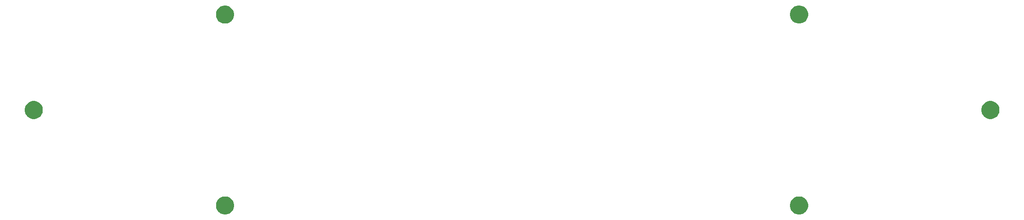
<source format=gbr>
G04 #@! TF.GenerationSoftware,KiCad,Pcbnew,(5.1.2-1)-1*
G04 #@! TF.CreationDate,2020-02-21T07:18:32-06:00*
G04 #@! TF.ProjectId,therick48_bottom_plate,74686572-6963-46b3-9438-5f626f74746f,rev?*
G04 #@! TF.SameCoordinates,Original*
G04 #@! TF.FileFunction,Soldermask,Top*
G04 #@! TF.FilePolarity,Negative*
%FSLAX46Y46*%
G04 Gerber Fmt 4.6, Leading zero omitted, Abs format (unit mm)*
G04 Created by KiCad (PCBNEW (5.1.2-1)-1) date 2020-02-21 07:18:32*
%MOMM*%
%LPD*%
G04 APERTURE LIST*
%ADD10C,0.100000*%
G04 APERTURE END LIST*
D10*
G36*
X217885331Y-90228211D02*
G01*
X218213092Y-90363974D01*
X218508070Y-90561072D01*
X218758928Y-90811930D01*
X218956026Y-91106908D01*
X219091789Y-91434669D01*
X219161000Y-91782616D01*
X219161000Y-92137384D01*
X219091789Y-92485331D01*
X218956026Y-92813092D01*
X218758928Y-93108070D01*
X218508070Y-93358928D01*
X218213092Y-93556026D01*
X217885331Y-93691789D01*
X217537384Y-93761000D01*
X217182616Y-93761000D01*
X216834669Y-93691789D01*
X216506908Y-93556026D01*
X216211930Y-93358928D01*
X215961072Y-93108070D01*
X215763974Y-92813092D01*
X215628211Y-92485331D01*
X215559000Y-92137384D01*
X215559000Y-91782616D01*
X215628211Y-91434669D01*
X215763974Y-91106908D01*
X215961072Y-90811930D01*
X216211930Y-90561072D01*
X216506908Y-90363974D01*
X216834669Y-90228211D01*
X217182616Y-90159000D01*
X217537384Y-90159000D01*
X217885331Y-90228211D01*
X217885331Y-90228211D01*
G37*
G36*
X103885331Y-90228211D02*
G01*
X104213092Y-90363974D01*
X104508070Y-90561072D01*
X104758928Y-90811930D01*
X104956026Y-91106908D01*
X105091789Y-91434669D01*
X105161000Y-91782616D01*
X105161000Y-92137384D01*
X105091789Y-92485331D01*
X104956026Y-92813092D01*
X104758928Y-93108070D01*
X104508070Y-93358928D01*
X104213092Y-93556026D01*
X103885331Y-93691789D01*
X103537384Y-93761000D01*
X103182616Y-93761000D01*
X102834669Y-93691789D01*
X102506908Y-93556026D01*
X102211930Y-93358928D01*
X101961072Y-93108070D01*
X101763974Y-92813092D01*
X101628211Y-92485331D01*
X101559000Y-92137384D01*
X101559000Y-91782616D01*
X101628211Y-91434669D01*
X101763974Y-91106908D01*
X101961072Y-90811930D01*
X102211930Y-90561072D01*
X102506908Y-90363974D01*
X102834669Y-90228211D01*
X103182616Y-90159000D01*
X103537384Y-90159000D01*
X103885331Y-90228211D01*
X103885331Y-90228211D01*
G37*
G36*
X255885331Y-71228211D02*
G01*
X256213092Y-71363974D01*
X256508070Y-71561072D01*
X256758928Y-71811930D01*
X256956026Y-72106908D01*
X257091789Y-72434669D01*
X257161000Y-72782616D01*
X257161000Y-73137384D01*
X257091789Y-73485331D01*
X256956026Y-73813092D01*
X256758928Y-74108070D01*
X256508070Y-74358928D01*
X256213092Y-74556026D01*
X255885331Y-74691789D01*
X255537384Y-74761000D01*
X255182616Y-74761000D01*
X254834669Y-74691789D01*
X254506908Y-74556026D01*
X254211930Y-74358928D01*
X253961072Y-74108070D01*
X253763974Y-73813092D01*
X253628211Y-73485331D01*
X253559000Y-73137384D01*
X253559000Y-72782616D01*
X253628211Y-72434669D01*
X253763974Y-72106908D01*
X253961072Y-71811930D01*
X254211930Y-71561072D01*
X254506908Y-71363974D01*
X254834669Y-71228211D01*
X255182616Y-71159000D01*
X255537384Y-71159000D01*
X255885331Y-71228211D01*
X255885331Y-71228211D01*
G37*
G36*
X65885331Y-71228211D02*
G01*
X66213092Y-71363974D01*
X66508070Y-71561072D01*
X66758928Y-71811930D01*
X66956026Y-72106908D01*
X67091789Y-72434669D01*
X67161000Y-72782616D01*
X67161000Y-73137384D01*
X67091789Y-73485331D01*
X66956026Y-73813092D01*
X66758928Y-74108070D01*
X66508070Y-74358928D01*
X66213092Y-74556026D01*
X65885331Y-74691789D01*
X65537384Y-74761000D01*
X65182616Y-74761000D01*
X64834669Y-74691789D01*
X64506908Y-74556026D01*
X64211930Y-74358928D01*
X63961072Y-74108070D01*
X63763974Y-73813092D01*
X63628211Y-73485331D01*
X63559000Y-73137384D01*
X63559000Y-72782616D01*
X63628211Y-72434669D01*
X63763974Y-72106908D01*
X63961072Y-71811930D01*
X64211930Y-71561072D01*
X64506908Y-71363974D01*
X64834669Y-71228211D01*
X65182616Y-71159000D01*
X65537384Y-71159000D01*
X65885331Y-71228211D01*
X65885331Y-71228211D01*
G37*
G36*
X103885331Y-52243211D02*
G01*
X104213092Y-52378974D01*
X104508070Y-52576072D01*
X104758928Y-52826930D01*
X104956026Y-53121908D01*
X105091789Y-53449669D01*
X105161000Y-53797616D01*
X105161000Y-54152384D01*
X105091789Y-54500331D01*
X104956026Y-54828092D01*
X104758928Y-55123070D01*
X104508070Y-55373928D01*
X104213092Y-55571026D01*
X103885331Y-55706789D01*
X103537384Y-55776000D01*
X103182616Y-55776000D01*
X102834669Y-55706789D01*
X102506908Y-55571026D01*
X102211930Y-55373928D01*
X101961072Y-55123070D01*
X101763974Y-54828092D01*
X101628211Y-54500331D01*
X101559000Y-54152384D01*
X101559000Y-53797616D01*
X101628211Y-53449669D01*
X101763974Y-53121908D01*
X101961072Y-52826930D01*
X102211930Y-52576072D01*
X102506908Y-52378974D01*
X102834669Y-52243211D01*
X103182616Y-52174000D01*
X103537384Y-52174000D01*
X103885331Y-52243211D01*
X103885331Y-52243211D01*
G37*
G36*
X217885331Y-52228211D02*
G01*
X218213092Y-52363974D01*
X218508070Y-52561072D01*
X218758928Y-52811930D01*
X218956026Y-53106908D01*
X219091789Y-53434669D01*
X219161000Y-53782616D01*
X219161000Y-54137384D01*
X219091789Y-54485331D01*
X218956026Y-54813092D01*
X218758928Y-55108070D01*
X218508070Y-55358928D01*
X218213092Y-55556026D01*
X217885331Y-55691789D01*
X217537384Y-55761000D01*
X217182616Y-55761000D01*
X216834669Y-55691789D01*
X216506908Y-55556026D01*
X216211930Y-55358928D01*
X215961072Y-55108070D01*
X215763974Y-54813092D01*
X215628211Y-54485331D01*
X215559000Y-54137384D01*
X215559000Y-53782616D01*
X215628211Y-53434669D01*
X215763974Y-53106908D01*
X215961072Y-52811930D01*
X216211930Y-52561072D01*
X216506908Y-52363974D01*
X216834669Y-52228211D01*
X217182616Y-52159000D01*
X217537384Y-52159000D01*
X217885331Y-52228211D01*
X217885331Y-52228211D01*
G37*
M02*

</source>
